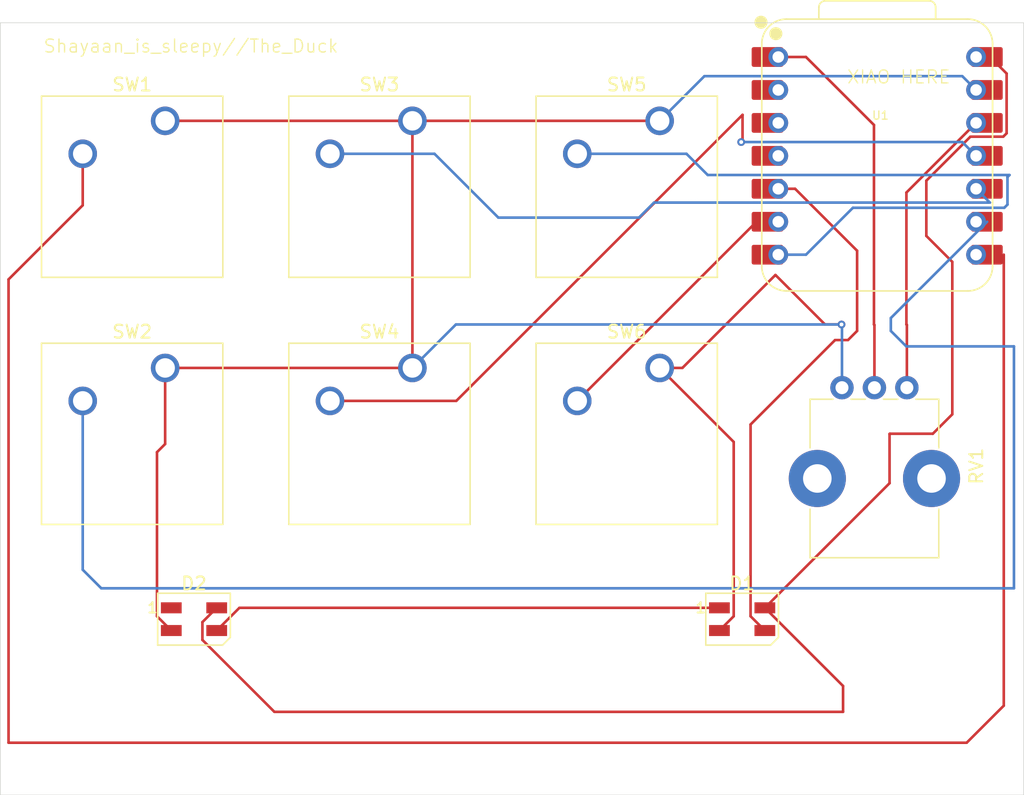
<source format=kicad_pcb>
(kicad_pcb (version 20241229) (generator "pcbnew") (generator_version "9.0")
  (layers (0 "F.Cu" signal) (2 "B.Cu" signal) (13 "F.Paste" user) (15 "B.Paste" user) (5 "F.SilkS" user "F.Silkscreen") (7 "B.SilkS" user "B.Silkscreen") (1 "F.Mask" user) (3 "B.Mask" user) (25 "Edge.Cuts" user))
  (net 0 "")
  (net 1 "GND")
  (net 2 "Net-(D1-VSS)")
  (net 3 "+5V")
  (net 4 "Net-(D1-VDD)")
  (net 6 "Net-(U1-GPIO1{slash}RX)")
  (net 7 "Net-(U1-GPIO2{slash}SCK)")
  (net 8 "Net-(U1-GPIO4{slash}MISO)")
  (net 10 "Net-(U1-3V3)")
  (net 11 "Net-(U1-GPIO26{slash}ADC0{slash}A0)")
  (net 12 "Net-(U1-GPIO0{slash}TX)")
  (net 15 "Net-(U1-GPIO7{slash}SCL)")
  (net 16 "Net-(U1-GPIO3{slash}MOSI)")
  (footprint "LED_SMD:LED_SK6812MINI_PLCC4_3.5x3.5mm_P1.75mm" (layer "F.Cu") (at 165.808485 119.796235)
    (property "Reference" "D1" (at 0 -2.75 0) (layer "F.SilkS"))
    (property "Value" "SK6812")
    (fp_line (start -2.8 -2) (end -2.8 2) (stroke (width 0.12)) (layer "F.SilkS"))
    (fp_line (start -2.8 -2) (end 2.8 -2) (stroke (width 0.12)) (layer "F.SilkS"))
    (fp_line (start -2.8 2) (end 2.2 2) (stroke (width 0.12)) (layer "F.SilkS"))
    (fp_line (start 2.8 1.4) (end 2.2 2) (stroke (width 0.12)) (layer "F.SilkS"))
    (fp_line (start 2.8 1.4) (end 2.8 -2) (stroke (width 0.12)) (layer "F.SilkS"))
    (fp_text user "1" (at -3.2 -0.875 0) (layer "F.SilkS") (effects (font (size 0.8 0.8))))
    (pad "1" smd rect (at -1.75 -0.875) (size 1.6 0.85) (layers "F.Cu" "F.Mask" "F.Paste") (net 2 "Net-(D1-VSS)"))
    (pad "2" smd rect (at -1.75 0.875) (size 1.6 0.85) (layers "F.Cu" "F.Mask" "F.Paste") (net 1 "GND"))
    (pad "3" smd rect (at 1.75 0.875) (size 1.6 0.85) (layers "F.Cu" "F.Mask" "F.Paste") (net 4 "Net-(D1-VDD)"))
    (pad "4" smd rect (at 1.75 -0.875) (size 1.6 0.85) (layers "F.Cu" "F.Mask" "F.Paste") (net 3 "+5V"))
  )
  (footprint "Button_Switch_Keyboard:SW_Cherry_MX_1.00u_PCB" (layer "F.Cu") (at 140.404735 81.378735)
    (property "Reference" "SW3" (at -2.54 -2.794 0) (layer "F.SilkS"))
    (property "Value" "SW_Push")
    (fp_line (start -9.525 -1.905) (end 4.445 -1.905) (stroke (width 0.12)) (layer "F.SilkS"))
    (fp_line (start -9.525 12.065) (end -9.525 -1.905) (stroke (width 0.12)) (layer "F.SilkS"))
    (fp_line (start 4.445 -1.905) (end 4.445 12.065) (stroke (width 0.12)) (layer "F.SilkS"))
    (fp_line (start 4.445 12.065) (end -9.525 12.065) (stroke (width 0.12)) (layer "F.SilkS"))
    (pad "" np_thru_hole circle (at -7.62 5.08) (size 1.7 1.7) (drill 1.7) (layers "*.Cu" "*.Mask"))
    (pad "" np_thru_hole circle (at -2.54 5.08) (size 4 4) (drill 4) (layers "*.Cu" "*.Mask"))
    (pad "" np_thru_hole circle (at 2.54 5.08) (size 1.7 1.7) (drill 1.7) (layers "*.Cu" "*.Mask"))
    (pad "1" thru_hole circle (at 0 0) (size 2.2 2.2) (drill 1.5) (layers "*.Cu" "*.Mask") (net 1 "GND"))
    (pad "2" thru_hole circle (at -6.35 2.54) (size 2.2 2.2) (drill 1.5) (layers "*.Cu" "*.Mask") (net 8 "Net-(U1-GPIO4{slash}MISO)"))
  )
  (footprint "Button_Switch_Keyboard:SW_Cherry_MX_1.00u_PCB" (layer "F.Cu") (at 140.404735 100.428735)
    (property "Reference" "SW4" (at -2.54 -2.794 0) (layer "F.SilkS"))
    (property "Value" "SW_Push")
    (fp_line (start -9.525 -1.905) (end 4.445 -1.905) (stroke (width 0.12)) (layer "F.SilkS"))
    (fp_line (start -9.525 12.065) (end -9.525 -1.905) (stroke (width 0.12)) (layer "F.SilkS"))
    (fp_line (start 4.445 -1.905) (end 4.445 12.065) (stroke (width 0.12)) (layer "F.SilkS"))
    (fp_line (start 4.445 12.065) (end -9.525 12.065) (stroke (width 0.12)) (layer "F.SilkS"))
    (pad "" np_thru_hole circle (at -7.62 5.08) (size 1.7 1.7) (drill 1.7) (layers "*.Cu" "*.Mask"))
    (pad "" np_thru_hole circle (at -2.54 5.08) (size 4 4) (drill 4) (layers "*.Cu" "*.Mask"))
    (pad "" np_thru_hole circle (at 2.54 5.08) (size 1.7 1.7) (drill 1.7) (layers "*.Cu" "*.Mask"))
    (pad "1" thru_hole circle (at 0 0) (size 2.2 2.2) (drill 1.5) (layers "*.Cu" "*.Mask") (net 1 "GND"))
    (pad "2" thru_hole circle (at -6.35 2.54) (size 2.2 2.2) (drill 1.5) (layers "*.Cu" "*.Mask") (net 16 "Net-(U1-GPIO3{slash}MOSI)"))
  )
  (footprint "Button_Switch_Keyboard:SW_Cherry_MX_1.00u_PCB" (layer "F.Cu") (at 159.454735 81.378735)
    (property "Reference" "SW5" (at -2.54 -2.794 0) (layer "F.SilkS"))
    (property "Value" "SW_Push")
    (fp_line (start -9.525 -1.905) (end 4.445 -1.905) (stroke (width 0.12)) (layer "F.SilkS"))
    (fp_line (start -9.525 12.065) (end -9.525 -1.905) (stroke (width 0.12)) (layer "F.SilkS"))
    (fp_line (start 4.445 -1.905) (end 4.445 12.065) (stroke (width 0.12)) (layer "F.SilkS"))
    (fp_line (start 4.445 12.065) (end -9.525 12.065) (stroke (width 0.12)) (layer "F.SilkS"))
    (pad "" np_thru_hole circle (at -7.62 5.08) (size 1.7 1.7) (drill 1.7) (layers "*.Cu" "*.Mask"))
    (pad "" np_thru_hole circle (at -2.54 5.08) (size 4 4) (drill 4) (layers "*.Cu" "*.Mask"))
    (pad "" np_thru_hole circle (at 2.54 5.08) (size 1.7 1.7) (drill 1.7) (layers "*.Cu" "*.Mask"))
    (pad "1" thru_hole circle (at 0 0) (size 2.2 2.2) (drill 1.5) (layers "*.Cu" "*.Mask") (net 1 "GND"))
    (pad "2" thru_hole circle (at -6.35 2.54) (size 2.2 2.2) (drill 1.5) (layers "*.Cu" "*.Mask") (net 12 "Net-(U1-GPIO0{slash}TX)"))
  )
  (footprint "LED_SMD:LED_SK6812MINI_PLCC4_3.5x3.5mm_P1.75mm" (layer "F.Cu") (at 123.577235 119.796235)
    (property "Reference" "D2" (at 0 -2.75 0) (layer "F.SilkS"))
    (property "Value" "SK6812")
    (fp_line (start -2.8 -2) (end -2.8 2) (stroke (width 0.12)) (layer "F.SilkS"))
    (fp_line (start -2.8 -2) (end 2.8 -2) (stroke (width 0.12)) (layer "F.SilkS"))
    (fp_line (start -2.8 2) (end 2.2 2) (stroke (width 0.12)) (layer "F.SilkS"))
    (fp_line (start 2.8 1.4) (end 2.2 2) (stroke (width 0.12)) (layer "F.SilkS"))
    (fp_line (start 2.8 1.4) (end 2.8 -2) (stroke (width 0.12)) (layer "F.SilkS"))
    (fp_text user "1" (at -3.2 -0.875 0) (layer "F.SilkS") (effects (font (size 0.8 0.8))))
    (pad "1" smd rect (at -1.75 -0.875) (size 1.6 0.85) (layers "F.Cu" "F.Mask" "F.Paste"))
    (pad "2" smd rect (at -1.75 0.875) (size 1.6 0.85) (layers "F.Cu" "F.Mask" "F.Paste") (net 1 "GND"))
    (pad "3" smd rect (at 1.75 0.875) (size 1.6 0.85) (layers "F.Cu" "F.Mask" "F.Paste") (net 2 "Net-(D1-VSS)"))
    (pad "4" smd rect (at 1.75 -0.875) (size 1.6 0.85) (layers "F.Cu" "F.Mask" "F.Paste") (net 3 "+5V"))
  )
  (footprint "Button_Switch_Keyboard:SW_Cherry_MX_1.00u_PCB" (layer "F.Cu") (at 121.354735 81.378735)
    (property "Reference" "SW1" (at -2.54 -2.794 0) (layer "F.SilkS"))
    (property "Value" "SW_Push")
    (fp_line (start -9.525 -1.905) (end 4.445 -1.905) (stroke (width 0.12)) (layer "F.SilkS"))
    (fp_line (start -9.525 12.065) (end -9.525 -1.905) (stroke (width 0.12)) (layer "F.SilkS"))
    (fp_line (start 4.445 -1.905) (end 4.445 12.065) (stroke (width 0.12)) (layer "F.SilkS"))
    (fp_line (start 4.445 12.065) (end -9.525 12.065) (stroke (width 0.12)) (layer "F.SilkS"))
    (pad "" np_thru_hole circle (at -7.62 5.08) (size 1.7 1.7) (drill 1.7) (layers "*.Cu" "*.Mask"))
    (pad "" np_thru_hole circle (at -2.54 5.08) (size 4 4) (drill 4) (layers "*.Cu" "*.Mask"))
    (pad "" np_thru_hole circle (at 2.54 5.08) (size 1.7 1.7) (drill 1.7) (layers "*.Cu" "*.Mask"))
    (pad "1" thru_hole circle (at 0 0) (size 2.2 2.2) (drill 1.5) (layers "*.Cu" "*.Mask") (net 1 "GND"))
    (pad "2" thru_hole circle (at -6.35 2.54) (size 2.2 2.2) (drill 1.5) (layers "*.Cu" "*.Mask") (net 6 "Net-(U1-GPIO1{slash}RX)"))
  )
  (footprint "Potentiometer_THT:Potentiometer_Bourns_PTV09A-1_Single_Vertical" (layer "F.Cu") (at 173.5 101.95 -90)
    (property "Reference" "RV1" (at 6.05 -10.35 90) (layer "F.SilkS"))
    (property "Value" "R_Potentiometer")
    (fp_line (start 0.89 2.46) (end 4.635 2.46) (stroke (width 0.12)) (layer "F.SilkS"))
    (fp_line (start 9.365 2.46) (end 13.11 2.46) (stroke (width 0.12)) (layer "F.SilkS"))
    (fp_line (start 0.89 0.696) (end 0.89 2.46) (stroke (width 0.12)) (layer "F.SilkS"))
    (fp_line (start 0.89 -1.804) (end 0.89 -0.696) (stroke (width 0.12)) (layer "F.SilkS"))
    (fp_line (start 0.89 -4.304) (end 0.89 -3.196) (stroke (width 0.12)) (layer "F.SilkS"))
    (fp_line (start 0.89 -7.46) (end 0.89 -5.696) (stroke (width 0.12)) (layer "F.SilkS"))
    (fp_line (start 0.89 -7.46) (end 4.635 -7.46) (stroke (width 0.12)) (layer "F.SilkS"))
    (fp_line (start 9.365 -7.46) (end 13.11 -7.46) (stroke (width 0.12)) (layer "F.SilkS"))
    (fp_line (start 13.11 -7.46) (end 13.11 2.46) (stroke (width 0.12)) (layer "F.SilkS"))
    (pad "1" thru_hole circle (at 0 0 270) (size 1.8 1.8) (drill 1) (layers "*.Cu" "*.Mask") (net 1 "GND"))
    (pad "2" thru_hole circle (at 0 -2.5 270) (size 1.8 1.8) (drill 1) (layers "*.Cu" "*.Mask") (net 11 "Net-(U1-GPIO26{slash}ADC0{slash}A0)"))
    (pad "3" thru_hole circle (at 0 -5 270) (size 1.8 1.8) (drill 1) (layers "*.Cu" "*.Mask") (net 10 "Net-(U1-3V3)"))
    (pad "MP" thru_hole circle (at 7 -6.9 270) (size 4.4 4.4) (drill 2.2) (layers "*.Cu" "*.Mask"))
    (pad "MP" thru_hole circle (at 7 1.9 270) (size 4.4 4.4) (drill 2.2) (layers "*.Cu" "*.Mask"))
  )
  (footprint "opl:XIAO-RP2040-DIP" (layer "F.Cu") (at 176.2125 84.077485)
    (property "Reference" "U1" (at 0.247765 -3.114985 0) (layer "F.SilkS") (effects (font (size 0.635 0.635) (thickness 0.1016))))
    (property "Value" "XIAO-RP2040-DIP")
    (fp_line (start -8.89 8.509) (end -8.89 -8.636) (stroke (width 0.127)) (layer "F.SilkS"))
    (fp_line (start -6.985 10.414) (end 6.985 10.414) (stroke (width 0.127)) (layer "F.SilkS"))
    (fp_line (start -4.495 -10.541) (end -4.491272 -11.451272) (stroke (width 0.127)) (layer "F.SilkS"))
    (fp_line (start -3.991272 -11.951) (end 4.004 -11.951) (stroke (width 0.127)) (layer "F.SilkS"))
    (fp_line (start 4.504 -11.451) (end 4.504 -10.541) (stroke (width 0.127)) (layer "F.SilkS"))
    (fp_line (start 6.985 -10.541) (end -6.985 -10.541) (stroke (width 0.1)) (layer "F.SilkS"))
    (fp_line (start 6.985 -10.541) (end -6.985 -10.541) (stroke (width 0.127)) (layer "F.SilkS"))
    (fp_line (start 8.89 8.509) (end 8.89 -8.636) (stroke (width 0.127)) (layer "F.SilkS"))
    (fp_arc (start -8.89 -8.636) (mid -8.332038 -9.983038) (end -6.985 -10.541) (stroke (width 0.127)) (layer "F.SilkS"))
    (fp_arc (start -6.985 10.414) (mid -8.332038 9.856038) (end -8.89 8.509) (stroke (width 0.127)) (layer "F.SilkS"))
    (fp_arc (start -4.491272 -11.451272) (mid -4.344728 -11.80464) (end -3.991272 -11.951) (stroke (width 0.127)) (layer "F.SilkS"))
    (fp_arc (start 4.004 -11.951) (mid 4.357553 -11.804553) (end 4.504 -11.451) (stroke (width 0.127)) (layer "F.SilkS"))
    (fp_arc (start 6.985 -10.541) (mid 8.332038 -9.983038) (end 8.89 -8.636) (stroke (width 0.127)) (layer "F.SilkS"))
    (fp_arc (start 8.89 8.509) (mid 8.332038 9.856038) (end 6.985 10.414) (stroke (width 0.127)) (layer "F.SilkS"))
    (fp_circle (center -8.95 -10.3) (end -8.95 -10.554) (stroke (width 0.5)) (fill yes) (layer "F.SilkS"))
    (fp_circle (center -7.807 -9.42) (end -7.807 -9.674) (stroke (width 0.5)) (fill yes) (layer "F.SilkS"))
    (pad "1" smd roundrect (at -8.455 -7.62 180) (size 2.432 1.524) (layers "F.Cu" "F.Mask") (roundrect_rratio 0.1) (net 11 "Net-(U1-GPIO26{slash}ADC0{slash}A0)"))
    (pad "1" thru_hole circle (at -7.62 -7.62 180) (size 1.524 1.524) (drill 0.889) (layers "*.Cu" "*.Mask") (net 11 "Net-(U1-GPIO26{slash}ADC0{slash}A0)"))
    (pad "2" smd roundrect (at -8.455 -5.08 180) (size 2.432 1.524) (layers "F.Cu" "F.Mask") (roundrect_rratio 0.1))
    (pad "2" thru_hole circle (at -7.62 -5.08 180) (size 1.524 1.524) (drill 0.889) (layers "*.Cu" "*.Mask"))
    (pad "3" smd roundrect (at -8.455 -2.54 180) (size 2.432 1.524) (layers "F.Cu" "F.Mask") (roundrect_rratio 0.1))
    (pad "3" thru_hole circle (at -7.62 -2.54 180) (size 1.524 1.524) (drill 0.889) (layers "*.Cu" "*.Mask"))
    (pad "4" smd roundrect (at -8.455 0 180) (size 2.432 1.524) (layers "F.Cu" "F.Mask") (roundrect_rratio 0.1))
    (pad "4" thru_hole circle (at -7.62 0 180) (size 1.524 1.524) (drill 0.889) (layers "*.Cu" "*.Mask"))
    (pad "5" smd roundrect (at -8.455 2.54 180) (size 2.432 1.524) (layers "F.Cu" "F.Mask") (roundrect_rratio 0.1) (net 4 "Net-(D1-VDD)"))
    (pad "5" thru_hole circle (at -7.62 2.54 180) (size 1.524 1.524) (drill 0.889) (layers "*.Cu" "*.Mask") (net 4 "Net-(D1-VDD)"))
    (pad "6" smd roundrect (at -8.455 5.08 180) (size 2.432 1.524) (layers "F.Cu" "F.Mask") (roundrect_rratio 0.1) (net 15 "Net-(U1-GPIO7{slash}SCL)"))
    (pad "6" thru_hole circle (at -7.62 5.08 180) (size 1.524 1.524) (drill 0.889) (layers "*.Cu" "*.Mask") (net 15 "Net-(U1-GPIO7{slash}SCL)"))
    (pad "7" smd roundrect (at -8.455 7.62 180) (size 2.432 1.524) (layers "F.Cu" "F.Mask") (roundrect_rratio 0.1) (net 12 "Net-(U1-GPIO0{slash}TX)"))
    (pad "7" thru_hole circle (at -7.62 7.62 180) (size 1.524 1.524) (drill 0.889) (layers "*.Cu" "*.Mask") (net 12 "Net-(U1-GPIO0{slash}TX)"))
    (pad "8" thru_hole circle (at 7.62 7.62) (size 1.524 1.524) (drill 0.889) (layers "*.Cu" "*.Mask") (net 6 "Net-(U1-GPIO1{slash}RX)"))
    (pad "8" smd roundrect (at 8.455 7.62) (size 2.432 1.524) (layers "F.Cu" "F.Mask") (roundrect_rratio 0.1) (net 6 "Net-(U1-GPIO1{slash}RX)"))
    (pad "9" thru_hole circle (at 7.62 5.08) (size 1.524 1.524) (drill 0.889) (layers "*.Cu" "*.Mask") (net 7 "Net-(U1-GPIO2{slash}SCK)"))
    (pad "9" smd roundrect (at 8.455 5.08) (size 2.432 1.524) (layers "F.Cu" "F.Mask") (roundrect_rratio 0.1) (net 7 "Net-(U1-GPIO2{slash}SCK)"))
    (pad "10" thru_hole circle (at 7.62 2.54) (size 1.524 1.524) (drill 0.889) (layers "*.Cu" "*.Mask") (net 8 "Net-(U1-GPIO4{slash}MISO)"))
    (pad "10" smd roundrect (at 8.455 2.54) (size 2.432 1.524) (layers "F.Cu" "F.Mask") (roundrect_rratio 0.1) (net 8 "Net-(U1-GPIO4{slash}MISO)"))
    (pad "11" thru_hole circle (at 7.62 0) (size 1.524 1.524) (drill 0.889) (layers "*.Cu" "*.Mask") (net 16 "Net-(U1-GPIO3{slash}MOSI)"))
    (pad "11" smd roundrect (at 8.455 0) (size 2.432 1.524) (layers "F.Cu" "F.Mask") (roundrect_rratio 0.1) (net 16 "Net-(U1-GPIO3{slash}MOSI)"))
    (pad "12" thru_hole circle (at 7.62 -2.54) (size 1.524 1.524) (drill 0.889) (layers "*.Cu" "*.Mask") (net 10 "Net-(U1-3V3)"))
    (pad "12" smd roundrect (at 8.455 -2.54) (size 2.432 1.524) (layers "F.Cu" "F.Mask") (roundrect_rratio 0.1) (net 10 "Net-(U1-3V3)"))
    (pad "13" thru_hole circle (at 7.62 -5.08) (size 1.524 1.524) (drill 0.889) (layers "*.Cu" "*.Mask") (net 1 "GND"))
    (pad "13" smd roundrect (at 8.455 -5.08) (size 2.432 1.524) (layers "F.Cu" "F.Mask") (roundrect_rratio 0.1) (net 1 "GND"))
    (pad "14" thru_hole circle (at 7.62 -7.62) (size 1.524 1.524) (drill 0.889) (layers "*.Cu" "*.Mask") (net 3 "+5V"))
    (pad "14" smd roundrect (at 8.455 -7.62) (size 2.432 1.524) (layers "F.Cu" "F.Mask") (roundrect_rratio 0.1) (net 3 "+5V"))
  )
  (footprint "Button_Switch_Keyboard:SW_Cherry_MX_1.00u_PCB" (layer "F.Cu") (at 121.354735 100.428735)
    (property "Reference" "SW2" (at -2.54 -2.794 0) (layer "F.SilkS"))
    (property "Value" "SW_Push")
    (fp_line (start -9.525 -1.905) (end 4.445 -1.905) (stroke (width 0.12)) (layer "F.SilkS"))
    (fp_line (start -9.525 12.065) (end -9.525 -1.905) (stroke (width 0.12)) (layer "F.SilkS"))
    (fp_line (start 4.445 -1.905) (end 4.445 12.065) (stroke (width 0.12)) (layer "F.SilkS"))
    (fp_line (start 4.445 12.065) (end -9.525 12.065) (stroke (width 0.12)) (layer "F.SilkS"))
    (pad "" np_thru_hole circle (at -7.62 5.08) (size 1.7 1.7) (drill 1.7) (layers "*.Cu" "*.Mask"))
    (pad "" np_thru_hole circle (at -2.54 5.08) (size 4 4) (drill 4) (layers "*.Cu" "*.Mask"))
    (pad "" np_thru_hole circle (at 2.54 5.08) (size 1.7 1.7) (drill 1.7) (layers "*.Cu" "*.Mask"))
    (pad "1" thru_hole circle (at 0 0) (size 2.2 2.2) (drill 1.5) (layers "*.Cu" "*.Mask") (net 1 "GND"))
    (pad "2" thru_hole circle (at -6.35 2.54) (size 2.2 2.2) (drill 1.5) (layers "*.Cu" "*.Mask") (net 7 "Net-(U1-GPIO2{slash}SCK)"))
  )
  (footprint "Button_Switch_Keyboard:SW_Cherry_MX_1.00u_PCB" (layer "F.Cu") (at 159.454735 100.428735)
    (property "Reference" "SW6" (at -2.54 -2.794 0) (layer "F.SilkS"))
    (property "Value" "SW_Push")
    (fp_line (start -9.525 -1.905) (end 4.445 -1.905) (stroke (width 0.12)) (layer "F.SilkS"))
    (fp_line (start -9.525 12.065) (end -9.525 -1.905) (stroke (width 0.12)) (layer "F.SilkS"))
    (fp_line (start 4.445 -1.905) (end 4.445 12.065) (stroke (width 0.12)) (layer "F.SilkS"))
    (fp_line (start 4.445 12.065) (end -9.525 12.065) (stroke (width 0.12)) (layer "F.SilkS"))
    (pad "" np_thru_hole circle (at -7.62 5.08) (size 1.7 1.7) (drill 1.7) (layers "*.Cu" "*.Mask"))
    (pad "" np_thru_hole circle (at -2.54 5.08) (size 4 4) (drill 4) (layers "*.Cu" "*.Mask"))
    (pad "" np_thru_hole circle (at 2.54 5.08) (size 1.7 1.7) (drill 1.7) (layers "*.Cu" "*.Mask"))
    (pad "1" thru_hole circle (at 0 0) (size 2.2 2.2) (drill 1.5) (layers "*.Cu" "*.Mask") (net 1 "GND"))
    (pad "2" thru_hole circle (at -6.35 2.54) (size 2.2 2.2) (drill 1.5) (layers "*.Cu" "*.Mask") (net 15 "Net-(U1-GPIO7{slash}SCL)"))
  )
  (gr_rect (start 108.65625 73.81875) (end 187.5 133.35) (stroke (width 0.05)) (fill no) (layer "Edge.Cuts"))
  (gr_text "Shayaan_is_sleepy//The_Duck" (at 111.91875 76.2 0) (layer "F.SilkS") (effects (font (size 1 1) (thickness 0.1)) (justify left bottom)))
  (gr_text "XIAO HERE" (at 173.83125 78.58125 0) (layer "F.SilkS") (effects (font (size 1 1) (thickness 0.1)) (justify left bottom)))
  (segment (start 168.373985 93.259527) (end 161.204777 100.428735) (width 0.2) (layer "F.Cu") (net 1))
  (segment (start 140.404735 81.378735) (end 159.454735 81.378735) (width 0.2) (layer "F.Cu") (net 1))
  (segment (start 121.354735 81.378735) (end 140.404735 81.378735) (width 0.2) (layer "F.Cu") (net 1))
  (segment (start 120.726235 119.570235) (end 120.726235 106.922051) (width 0.2) (layer "F.Cu") (net 1))
  (segment (start 120.726235 106.922051) (end 121.354735 106.293551) (width 0.2) (layer "F.Cu") (net 1))
  (segment (start 121.827235 120.671235) (end 120.726235 119.570235) (width 0.2) (layer "F.Cu") (net 1))
  (segment (start 172.191943 97.077485) (end 173.464735 97.077485) (width 0.2) (layer "F.Cu") (net 1))
  (segment (start 172.191943 97.077485) (end 168.373985 93.259527) (width 0.2) (layer "F.Cu") (net 1))
  (segment (start 165.159485 119.570235) (end 165.159485 106.133485) (width 0.2) (layer "F.Cu") (net 1))
  (segment (start 164.058485 120.671235) (end 165.159485 119.570235) (width 0.2) (layer "F.Cu") (net 1))
  (segment (start 121.354735 100.428735) (end 140.404735 100.428735) (width 0.2) (layer "F.Cu") (net 1))
  (segment (start 140.404735 100.428735) (end 140.404735 81.378735) (width 0.2) (layer "F.Cu") (net 1))
  (segment (start 161.204777 100.428735) (end 159.454735 100.428735) (width 0.2) (layer "F.Cu") (net 1))
  (segment (start 165.159485 106.133485) (end 159.454735 100.428735) (width 0.2) (layer "F.Cu") (net 1))
  (segment (start 121.354735 106.293551) (end 121.354735 100.428735) (width 0.2) (layer "F.Cu") (net 1))
  (via (at 173.464735 97.077485) (size 0.6) (drill 0.3) (layers "F.Cu" "B.Cu") (net 1))
  (segment (start 173.5 101.95) (end 173.5 97.11275) (width 0.2) (layer "B.Cu") (net 1))
  (segment (start 182.7695 77.934485) (end 183.8325 78.997485) (width 0.2) (layer "B.Cu") (net 1))
  (segment (start 173.464735 97.077485) (end 143.755985 97.077485) (width 0.2) (layer "B.Cu") (net 1))
  (segment (start 143.755985 97.077485) (end 140.404735 100.428735) (width 0.2) (layer "B.Cu") (net 1))
  (segment (start 173.5 97.11275) (end 173.464735 97.077485) (width 0.2) (layer "B.Cu") (net 1))
  (segment (start 162.898985 77.934485) (end 182.7695 77.934485) (width 0.2) (layer "B.Cu") (net 1))
  (segment (start 159.454735 81.378735) (end 162.898985 77.934485) (width 0.2) (layer "B.Cu") (net 1))
  (segment (start 164.058485 118.921235) (end 127.077235 118.921235) (width 0.2) (layer "F.Cu") (net 2))
  (segment (start 127.077235 118.921235) (end 125.327235 120.671235) (width 0.2) (layer "F.Cu") (net 2))
  (segment (start 125.327235 118.921235) (end 124.226235 120.022235) (width 0.2) (layer "F.Cu") (net 3))
  (segment (start 186.1845 82.339111) (end 186.1845 77.731855) (width 0.2) (layer "F.Cu") (net 3))
  (segment (start 182 104) (end 182 92.25) (width 0.2) (layer "F.Cu") (net 3))
  (segment (start 124.226235 120.022235) (end 124.226235 121.397235) (width 0.2) (layer "F.Cu") (net 3))
  (segment (start 184.91013 76.457485) (end 183.8325 76.457485) (width 0.2) (layer "F.Cu") (net 3))
  (segment (start 177.182999 105.5) (end 180.5 105.5) (width 0.2) (layer "F.Cu") (net 3))
  (segment (start 183.39219 82.600485) (end 185.923126 82.600485) (width 0.2) (layer "F.Cu") (net 3))
  (segment (start 177.165735 109.313985) (end 177.165735 105.517264) (width 0.2) (layer "F.Cu") (net 3))
  (segment (start 186.1845 77.731855) (end 184.91013 76.457485) (width 0.2) (layer "F.Cu") (net 3))
  (segment (start 129.768985 126.939985) (end 173.583485 126.939985) (width 0.2) (layer "F.Cu") (net 3))
  (segment (start 180 90.25) (end 180 85.992675) (width 0.2) (layer "F.Cu") (net 3))
  (segment (start 177.165735 109.313985) (end 167.558485 118.921235) (width 0.2) (layer "F.Cu") (net 3))
  (segment (start 180.5 105.5) (end 182 104) (width 0.2) (layer "F.Cu") (net 3))
  (segment (start 177.165735 105.517264) (end 177.182999 105.5) (width 0.2) (layer "F.Cu") (net 3))
  (segment (start 173.583485 126.939985) (end 173.583485 124.946235) (width 0.2) (layer "F.Cu") (net 3))
  (segment (start 182 92.25) (end 180 90.25) (width 0.2) (layer "F.Cu") (net 3))
  (segment (start 173.583485 124.946235) (end 167.558485 118.921235) (width 0.2) (layer "F.Cu") (net 3))
  (segment (start 180 85.992675) (end 183.39219 82.600485) (width 0.2) (layer "F.Cu") (net 3))
  (segment (start 185.923126 82.600485) (end 186.1845 82.339111) (width 0.2) (layer "F.Cu") (net 3))
  (segment (start 124.226235 121.397235) (end 129.768985 126.939985) (width 0.2) (layer "F.Cu") (net 3))
  (segment (start 174.665735 91.392235) (end 169.890985 86.617485) (width 0.2) (layer "F.Cu") (net 4))
  (segment (start 166.457485 104.788264) (end 172.967264 98.278485) (width 0.2) (layer "F.Cu") (net 4))
  (segment (start 173.962206 98.278485) (end 174.665735 97.574956) (width 0.2) (layer "F.Cu") (net 4))
  (segment (start 169.890985 86.617485) (end 168.5925 86.617485) (width 0.2) (layer "F.Cu") (net 4))
  (segment (start 172.967264 98.278485) (end 173.962206 98.278485) (width 0.2) (layer "F.Cu") (net 4))
  (segment (start 166.457485 119.570235) (end 166.457485 104.788264) (width 0.2) (layer "F.Cu") (net 4))
  (segment (start 174.665735 97.574956) (end 174.665735 91.392235) (width 0.2) (layer "F.Cu") (net 4))
  (segment (start 167.558485 120.671235) (end 166.457485 119.570235) (width 0.2) (layer "F.Cu") (net 4))
  (segment (start 109.289735 93.602485) (end 109.289735 129.321235) (width 0.2) (layer "F.Cu") (net 6))
  (segment (start 183.108485 129.321235) (end 185.965985 126.463735) (width 0.2) (layer "F.Cu") (net 6))
  (segment (start 115.004735 87.887485) (end 109.289735 93.602485) (width 0.2) (layer "F.Cu") (net 6))
  (segment (start 109.289735 129.321235) (end 183.108485 129.321235) (width 0.2) (layer "F.Cu") (net 6))
  (segment (start 115.004735 83.918735) (end 115.004735 87.887485) (width 0.2) (layer "F.Cu") (net 6))
  (segment (start 185.965985 126.463735) (end 185.965985 91.697485) (width 0.2) (layer "F.Cu") (net 6))
  (segment (start 116.433485 117.414985) (end 186.75 117.414985) (width 0.2) (layer "B.Cu") (net 7))
  (segment (start 177.263735 96.580014) (end 184.686264 89.157485) (width 0.2) (layer "B.Cu") (net 7))
  (segment (start 115.004735 102.968735) (end 115.004735 115.986235) (width 0.2) (layer "B.Cu") (net 7))
  (segment (start 178.454764 98.765985) (end 177.263735 97.574956) (width 0.2) (layer "B.Cu") (net 7))
  (segment (start 186.75 98.765985) (end 178.454764 98.765985) (width 0.2) (layer "B.Cu") (net 7))
  (segment (start 115.004735 115.986235) (end 116.433485 117.414985) (width 0.2) (layer "B.Cu") (net 7))
  (segment (start 186.75 117.414985) (end 186.75 98.765985) (width 0.2) (layer "B.Cu") (net 7))
  (segment (start 177.263735 97.574956) (end 177.263735 96.580014) (width 0.2) (layer "B.Cu") (net 7))
  (segment (start 159.017801 87.680485) (end 184.8955 87.680485) (width 0.2) (layer "B.Cu") (net 8))
  (segment (start 134.054735 83.918735) (end 142.103205 83.918735) (width 0.2) (layer "B.Cu") (net 8))
  (segment (start 184.8955 87.680485) (end 183.8325 86.617485) (width 0.2) (layer "B.Cu") (net 8))
  (segment (start 157.858301 88.839985) (end 159.017801 87.680485) (width 0.2) (layer "B.Cu") (net 8))
  (segment (start 147.024455 88.839985) (end 157.858301 88.839985) (width 0.2) (layer "B.Cu") (net 8))
  (segment (start 142.103205 83.918735) (end 147.024455 88.839985) (width 0.2) (layer "B.Cu") (net 8))
  (segment (start 178.464735 97.077485) (end 178.464735 86.90525) (width 0.2) (layer "F.Cu") (net 10))
  (segment (start 178.5 97.11275) (end 178.464735 97.077485) (width 0.2) (layer "F.Cu") (net 10))
  (segment (start 178.5 101.95) (end 178.5 97.11275) (width 0.2) (layer "F.Cu") (net 10))
  (segment (start 178.464735 86.90525) (end 183.8325 81.537485) (width 0.2) (layer "F.Cu") (net 10))
  (segment (start 170.725985 76.457485) (end 168.5925 76.457485) (width 0.2) (layer "F.Cu") (net 11))
  (segment (start 170.725985 76.457485) (end 175.964735 81.696235) (width 0.2) (layer "F.Cu") (net 11))
  (segment (start 176 97.11275) (end 175.964735 97.077485) (width 0.2) (layer "F.Cu") (net 11))
  (segment (start 176 101.95) (end 176 97.11275) (width 0.2) (layer "F.Cu") (net 11))
  (segment (start 175.964735 81.696235) (end 175.964735 97.077485) (width 0.2) (layer "F.Cu") (net 11))
  (segment (start 153.104735 83.918735) (end 161.518485 83.918735) (width 0.2) (layer "B.Cu") (net 12))
  (segment (start 170.725985 91.697485) (end 168.5925 91.697485) (width 0.2) (layer "B.Cu") (net 12))
  (segment (start 161.518485 83.918735) (end 163.154235 85.554485) (width 0.2) (layer "B.Cu") (net 12))
  (segment (start 186.005295 88.081485) (end 174.341985 88.081485) (width 0.2) (layer "B.Cu") (net 12))
  (segment (start 186.25 87.83678) (end 186.005295 88.081485) (width 0.2) (layer "B.Cu") (net 12))
  (segment (start 186.25 85.71078) (end 186.25 87.83678) (width 0.2) (layer "B.Cu") (net 12))
  (segment (start 186.406295 85.554485) (end 186.25 85.71078) (width 0.2) (layer "B.Cu") (net 12))
  (segment (start 174.341985 88.081485) (end 170.725985 91.697485) (width 0.2) (layer "B.Cu") (net 12))
  (segment (start 163.154235 85.554485) (end 186.406295 85.554485) (width 0.2) (layer "B.Cu") (net 12))
  (segment (start 153.104735 102.968735) (end 166.915985 89.157485) (width 0.2) (layer "F.Cu") (net 15))
  (segment (start 165.838735 80.916265) (end 165.838735 82.911265) (width 0.2) (layer "F.Cu") (net 16))
  (segment (start 165.838735 82.911265) (end 165.735515 83.014485) (width 0.2) (layer "F.Cu") (net 16))
  (segment (start 143.786265 102.968735) (end 134.054735 102.968735) (width 0.2) (layer "F.Cu") (net 16))
  (segment (start 165.838735 80.916265) (end 143.786265 102.968735) (width 0.2) (layer "F.Cu") (net 16))
  (via (at 165.735515 83.014485) (size 0.6) (drill 0.3) (layers "F.Cu" "B.Cu") (net 16))
  (segment (start 183.8325 84.077485) (end 182.7695 83.014485) (width 0.2) (layer "B.Cu") (net 16))
  (segment (start 182.7695 83.014485) (end 165.735515 83.014485) (width 0.2) (layer "B.Cu") (net 16))
)
</source>
